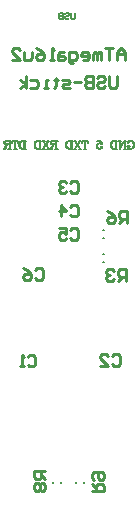
<source format=gbo>
G04*
G04 #@! TF.GenerationSoftware,Altium Limited,Altium Designer,21.0.9 (235)*
G04*
G04 Layer_Color=32896*
%FSLAX25Y25*%
%MOIN*%
G70*
G04*
G04 #@! TF.SameCoordinates,DB5CEA20-A306-4327-B62D-959DDA491E44*
G04*
G04*
G04 #@! TF.FilePolarity,Positive*
G04*
G01*
G75*
%ADD12C,0.01000*%
%ADD13C,0.00787*%
%ADD14C,0.00500*%
D12*
X39748Y152967D02*
Y149688D01*
X39092Y149031D01*
X37780D01*
X37124Y149688D01*
Y152967D01*
X33189Y152311D02*
X33844Y152967D01*
X35156D01*
X35812Y152311D01*
Y151655D01*
X35156Y150999D01*
X33844D01*
X33189Y150343D01*
Y149688D01*
X33844Y149031D01*
X35156D01*
X35812Y149688D01*
X31877Y152967D02*
Y149031D01*
X29909D01*
X29253Y149688D01*
Y150343D01*
X29909Y150999D01*
X31877D01*
X29909D01*
X29253Y151655D01*
Y152311D01*
X29909Y152967D01*
X31877D01*
X27941Y150999D02*
X25317D01*
X24005Y149031D02*
X22037D01*
X21381Y149688D01*
X22037Y150343D01*
X23349D01*
X24005Y150999D01*
X23349Y151655D01*
X21381D01*
X19413Y152311D02*
Y151655D01*
X20069D01*
X18757D01*
X19413D01*
Y149688D01*
X18757Y149031D01*
X16790D02*
X15478D01*
X16134D01*
Y151655D01*
X16790D01*
X10886D02*
X12854D01*
X13510Y150999D01*
Y149688D01*
X12854Y149031D01*
X10886D01*
X9574D02*
Y152967D01*
Y150343D02*
X7606Y151655D01*
X9574Y150343D02*
X7606Y149031D01*
X42307Y158611D02*
Y161235D01*
X40995Y162547D01*
X39683Y161235D01*
Y158611D01*
Y160579D01*
X42307D01*
X38371Y162547D02*
X35748D01*
X37059D01*
Y158611D01*
X34436D02*
Y161235D01*
X33780D01*
X33124Y160579D01*
Y158611D01*
Y160579D01*
X32468Y161235D01*
X31812Y160579D01*
Y158611D01*
X28532D02*
X29844D01*
X30500Y159267D01*
Y160579D01*
X29844Y161235D01*
X28532D01*
X27876Y160579D01*
Y159923D01*
X30500D01*
X25252Y157299D02*
X24596D01*
X23940Y157955D01*
Y161235D01*
X25908D01*
X26564Y160579D01*
Y159267D01*
X25908Y158611D01*
X23940D01*
X21972Y161235D02*
X20661D01*
X20005Y160579D01*
Y158611D01*
X21972D01*
X22628Y159267D01*
X21972Y159923D01*
X20005D01*
X18693Y158611D02*
X17381D01*
X18037D01*
Y162547D01*
X18693Y161891D01*
X12789Y162547D02*
X14101Y161891D01*
X15413Y160579D01*
Y159267D01*
X14757Y158611D01*
X13445D01*
X12789Y159267D01*
Y159923D01*
X13445Y160579D01*
X15413D01*
X11477Y161235D02*
Y159267D01*
X10821Y158611D01*
X8853D01*
Y161235D01*
X4918Y158611D02*
X7541D01*
X4918Y161235D01*
Y161891D01*
X5573Y162547D01*
X6885D01*
X7541Y161891D01*
X42717Y84842D02*
Y88778D01*
X40749D01*
X40093Y88122D01*
Y86810D01*
X40749Y86154D01*
X42717D01*
X41405D02*
X40093Y84842D01*
X38781Y88122D02*
X38125Y88778D01*
X36813D01*
X36157Y88122D01*
Y87466D01*
X36813Y86810D01*
X37469D01*
X36813D01*
X36157Y86154D01*
Y85498D01*
X36813Y84842D01*
X38125D01*
X38781Y85498D01*
X43044Y104135D02*
Y108070D01*
X41076D01*
X40420Y107414D01*
Y106102D01*
X41076Y105446D01*
X43044D01*
X41732D02*
X40420Y104135D01*
X36484Y108070D02*
X37796Y107414D01*
X39108Y106102D01*
Y104790D01*
X38452Y104135D01*
X37140D01*
X36484Y104790D01*
Y105446D01*
X37140Y106102D01*
X39108D01*
X12467Y88517D02*
X13123Y89173D01*
X14435D01*
X15091Y88517D01*
Y85893D01*
X14435Y85237D01*
X13123D01*
X12467Y85893D01*
X8531Y89173D02*
X9843Y88517D01*
X11155Y87205D01*
Y85893D01*
X10499Y85237D01*
X9187D01*
X8531Y85893D01*
Y86549D01*
X9187Y87205D01*
X11155D01*
X31497Y14634D02*
X35432D01*
Y16601D01*
X34776Y17257D01*
X33465D01*
X32809Y16601D01*
Y14634D01*
Y15946D02*
X31497Y17257D01*
X32153Y18569D02*
X31497Y19225D01*
Y20537D01*
X32153Y21193D01*
X34776D01*
X35432Y20537D01*
Y19225D01*
X34776Y18569D01*
X34121D01*
X33465Y19225D01*
Y21193D01*
X15944Y21390D02*
X12009D01*
Y19422D01*
X12664Y18766D01*
X13976D01*
X14632Y19422D01*
Y21390D01*
Y20078D02*
X15944Y18766D01*
X12664Y17454D02*
X12009Y16798D01*
Y15486D01*
X12664Y14830D01*
X13320D01*
X13976Y15486D01*
X14632Y14830D01*
X15288D01*
X15944Y15486D01*
Y16798D01*
X15288Y17454D01*
X14632D01*
X13976Y16798D01*
X13320Y17454D01*
X12664D01*
X13976Y16798D02*
Y15486D01*
X24278Y101706D02*
X24934Y102362D01*
X26246D01*
X26902Y101706D01*
Y99082D01*
X26246Y98426D01*
X24934D01*
X24278Y99082D01*
X20342Y102362D02*
X22966D01*
Y100394D01*
X21654Y101050D01*
X20998D01*
X20342Y100394D01*
Y99082D01*
X20998Y98426D01*
X22310D01*
X22966Y99082D01*
X24278Y109580D02*
X24934Y110236D01*
X26246D01*
X26902Y109580D01*
Y106956D01*
X26246Y106300D01*
X24934D01*
X24278Y106956D01*
X20998Y106300D02*
Y110236D01*
X22966Y108268D01*
X20342D01*
X24278Y114830D02*
X24934Y114174D01*
X26246D01*
X26902Y114830D01*
Y117454D01*
X26246Y118110D01*
X24934D01*
X24278Y117454D01*
X22966Y114830D02*
X22310Y114174D01*
X20998D01*
X20342Y114830D01*
Y115486D01*
X20998Y116142D01*
X21654D01*
X20998D01*
X20342Y116798D01*
Y117454D01*
X20998Y118110D01*
X22310D01*
X22966Y117454D01*
X38124Y59776D02*
X38780Y60432D01*
X40092D01*
X40748Y59776D01*
Y57152D01*
X40092Y56496D01*
X38780D01*
X38124Y57152D01*
X34189Y56496D02*
X36812D01*
X34189Y59120D01*
Y59776D01*
X34844Y60432D01*
X36156D01*
X36812Y59776D01*
X9975Y59579D02*
X10631Y60235D01*
X11942D01*
X12598Y59579D01*
Y56955D01*
X11942Y56299D01*
X10631D01*
X9975Y56955D01*
X8663Y56299D02*
X7351D01*
X8007D01*
Y60235D01*
X8663Y59579D01*
D13*
X35236Y93898D02*
X35630D01*
X35236Y91142D02*
X35630D01*
X35236Y101772D02*
X35630D01*
X35236Y99016D02*
X35630D01*
X21063Y17520D02*
Y17913D01*
X18307Y17520D02*
Y17913D01*
X28937Y17520D02*
Y17913D01*
X26181Y17520D02*
Y17913D01*
D14*
X43651Y131208D02*
X43519Y130815D01*
Y131602D01*
X43651Y131208D01*
X43913Y131471D01*
X44307Y131602D01*
X44569D01*
X44963Y131471D01*
X45225Y131208D01*
X45356Y130946D01*
X45487Y130552D01*
Y129896D01*
X45356Y129502D01*
X45225Y129240D01*
X44963Y128978D01*
X44569Y128847D01*
X44307D01*
X43913Y128978D01*
X43651Y129240D01*
X44569Y131602D02*
X44831Y131471D01*
X45094Y131208D01*
X45225Y130946D01*
X45356Y130552D01*
Y129896D01*
X45225Y129502D01*
X45094Y129240D01*
X44831Y128978D01*
X44569Y128847D01*
X43651Y129896D02*
Y128847D01*
X43519Y129896D02*
Y128847D01*
X44044Y129896D02*
X43126D01*
X42378Y131602D02*
Y128847D01*
X42247Y131602D02*
X40672Y129109D01*
X42247Y131339D02*
X40672Y128847D01*
Y131602D02*
Y128847D01*
X42772Y131602D02*
X42247D01*
X41066D02*
X40279D01*
X42772Y128847D02*
X41984D01*
X39544Y131602D02*
Y128847D01*
X39413Y131602D02*
Y128847D01*
X39937Y131602D02*
X38625D01*
X38232Y131471D01*
X37969Y131208D01*
X37838Y130946D01*
X37707Y130552D01*
Y129896D01*
X37838Y129502D01*
X37969Y129240D01*
X38232Y128978D01*
X38625Y128847D01*
X39937D01*
X38625Y131602D02*
X38363Y131471D01*
X38101Y131208D01*
X37969Y130946D01*
X37838Y130552D01*
Y129896D01*
X37969Y129502D01*
X38101Y129240D01*
X38363Y128978D01*
X38625Y128847D01*
X34597Y131602D02*
X34860Y130290D01*
X34597Y130552D01*
X34204Y130683D01*
X33810D01*
X33417Y130552D01*
X33154Y130290D01*
X33023Y129896D01*
Y129634D01*
X33154Y129240D01*
X33417Y128978D01*
X33810Y128847D01*
X34204D01*
X34597Y128978D01*
X34729Y129109D01*
X34860Y129371D01*
Y129502D01*
X34729Y129634D01*
X34597Y129502D01*
X34729Y129371D01*
X33810Y130683D02*
X33548Y130552D01*
X33285Y130290D01*
X33154Y129896D01*
Y129634D01*
X33285Y129240D01*
X33548Y128978D01*
X33810Y128847D01*
X34597Y131602D02*
X33285D01*
X34597Y131471D02*
X33941D01*
X33285Y131602D01*
X29218D02*
Y128847D01*
X29087Y131602D02*
Y128847D01*
X30005Y131602D02*
X30136Y130815D01*
Y131602D01*
X28168D01*
Y130815D01*
X28300Y131602D01*
X29612Y128847D02*
X28693D01*
X27512Y131602D02*
X25807Y128847D01*
X27381Y131602D02*
X25675Y128847D01*
Y131602D02*
X27512Y128847D01*
X27775Y131602D02*
X26987D01*
X26200D02*
X25413D01*
X27775Y128847D02*
X26987D01*
X26200D02*
X25413D01*
X24665Y131602D02*
Y128847D01*
X24534Y131602D02*
Y128847D01*
X25059Y131602D02*
X23747D01*
X23353Y131471D01*
X23091Y131208D01*
X22960Y130946D01*
X22828Y130552D01*
Y129896D01*
X22960Y129502D01*
X23091Y129240D01*
X23353Y128978D01*
X23747Y128847D01*
X25059D01*
X23747Y131602D02*
X23484Y131471D01*
X23222Y131208D01*
X23091Y130946D01*
X22960Y130552D01*
Y129896D01*
X23091Y129502D01*
X23222Y129240D01*
X23484Y128978D01*
X23747Y128847D01*
X19588Y131602D02*
Y128847D01*
X19456Y131602D02*
Y128847D01*
X19981Y131602D02*
X18407D01*
X18013Y131471D01*
X17882Y131339D01*
X17751Y131077D01*
Y130815D01*
X17882Y130552D01*
X18013Y130421D01*
X18407Y130290D01*
X19456D01*
X18407Y131602D02*
X18144Y131471D01*
X18013Y131339D01*
X17882Y131077D01*
Y130815D01*
X18013Y130552D01*
X18144Y130421D01*
X18407Y130290D01*
X19981Y128847D02*
X19063D01*
X18800Y130290D02*
X18538Y130158D01*
X18407Y130027D01*
X18013Y129109D01*
X17882Y128978D01*
X17751D01*
X17619Y129109D01*
X18538Y130158D02*
X18407Y129896D01*
X18144Y128978D01*
X18013Y128847D01*
X17751D01*
X17619Y129109D01*
Y129240D01*
X17003Y131602D02*
X15297Y128847D01*
X16872Y131602D02*
X15166Y128847D01*
Y131602D02*
X17003Y128847D01*
X17265Y131602D02*
X16478D01*
X15691D02*
X14904D01*
X17265Y128847D02*
X16478D01*
X15691D02*
X14904D01*
X14156Y131602D02*
Y128847D01*
X14024Y131602D02*
Y128847D01*
X14549Y131602D02*
X13237D01*
X12844Y131471D01*
X12581Y131208D01*
X12450Y130946D01*
X12319Y130552D01*
Y129896D01*
X12450Y129502D01*
X12581Y129240D01*
X12844Y128978D01*
X13237Y128847D01*
X14549D01*
X13237Y131602D02*
X12975Y131471D01*
X12712Y131208D01*
X12581Y130946D01*
X12450Y130552D01*
Y129896D01*
X12581Y129502D01*
X12712Y129240D01*
X12975Y128978D01*
X13237Y128847D01*
X9078Y131602D02*
Y128847D01*
X8947Y131602D02*
Y128847D01*
X9472Y131602D02*
X8160D01*
X7766Y131471D01*
X7503Y131208D01*
X7372Y130946D01*
X7241Y130552D01*
Y129896D01*
X7372Y129502D01*
X7503Y129240D01*
X7766Y128978D01*
X8160Y128847D01*
X9472D01*
X8160Y131602D02*
X7897Y131471D01*
X7635Y131208D01*
X7503Y130946D01*
X7372Y130552D01*
Y129896D01*
X7503Y129502D01*
X7635Y129240D01*
X7897Y128978D01*
X8160Y128847D01*
X5955Y131602D02*
Y128847D01*
X5824Y131602D02*
Y128847D01*
X6742Y131602D02*
X6874Y130815D01*
Y131602D01*
X4906D01*
Y130815D01*
X5037Y131602D01*
X6349Y128847D02*
X5430D01*
X4118Y131602D02*
Y128847D01*
X3987Y131602D02*
Y128847D01*
X4512Y131602D02*
X2937D01*
X2544Y131471D01*
X2413Y131339D01*
X2282Y131077D01*
Y130815D01*
X2413Y130552D01*
X2544Y130421D01*
X2937Y130290D01*
X3987D01*
X2937Y131602D02*
X2675Y131471D01*
X2544Y131339D01*
X2413Y131077D01*
Y130815D01*
X2544Y130552D01*
X2675Y130421D01*
X2937Y130290D01*
X4512Y128847D02*
X3593D01*
X3331Y130290D02*
X3069Y130158D01*
X2937Y130027D01*
X2544Y129109D01*
X2413Y128978D01*
X2282D01*
X2150Y129109D01*
X3069Y130158D02*
X2937Y129896D01*
X2675Y128978D01*
X2544Y128847D01*
X2282D01*
X2150Y129109D01*
Y129240D01*
X25787Y174212D02*
Y172572D01*
X25459Y172244D01*
X24803D01*
X24475Y172572D01*
Y174212D01*
X22508Y173884D02*
X22836Y174212D01*
X23492D01*
X23820Y173884D01*
Y173556D01*
X23492Y173228D01*
X22836D01*
X22508Y172900D01*
Y172572D01*
X22836Y172244D01*
X23492D01*
X23820Y172572D01*
X21852Y174212D02*
Y172244D01*
X20868D01*
X20540Y172572D01*
Y172900D01*
X20868Y173228D01*
X21852D01*
X20868D01*
X20540Y173556D01*
Y173884D01*
X20868Y174212D01*
X21852D01*
M02*

</source>
